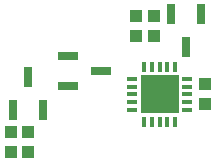
<source format=gbr>
G04 DipTrace 2.2.0.9*
%INTopPaste.gbr*%
%MOIN*%
%ADD19R,0.0394X0.0433*%
%ADD23R,0.028X0.0669*%
%ADD24R,0.0669X0.028*%
%ADD25R,0.0138X0.0374*%
%ADD26R,0.0374X0.0138*%
%ADD27R,0.128X0.128*%
%FSLAX44Y44*%
G04*
G70*
G90*
G75*
G01*
%LNTopPaste*%
%LPD*%
D19*
X15373Y8605D3*
Y9274D3*
X9487Y7017D3*
Y7686D3*
X8918Y7017D3*
Y7686D3*
D23*
X9978Y8395D3*
X9478Y9497D3*
X8978Y8395D3*
D24*
X10820Y9189D3*
X11922Y9689D3*
X10820Y10189D3*
D23*
X14240Y11612D3*
X14740Y10510D3*
X15240Y11612D3*
D19*
X13090Y10868D3*
Y11537D3*
X13690Y10857D3*
Y11527D3*
D25*
X14384Y9851D3*
X14128D3*
X13868D3*
X13616D3*
X13360D3*
D26*
X12951Y9442D3*
Y9186D3*
Y8942D3*
Y8674D3*
Y8418D3*
D25*
X13360Y8009D3*
X13616D3*
X13868D3*
X14128D3*
X14384D3*
D26*
X14793Y8418D3*
Y8674D3*
Y8942D3*
Y9186D3*
Y9442D3*
D27*
X13872Y8930D3*
M02*

</source>
